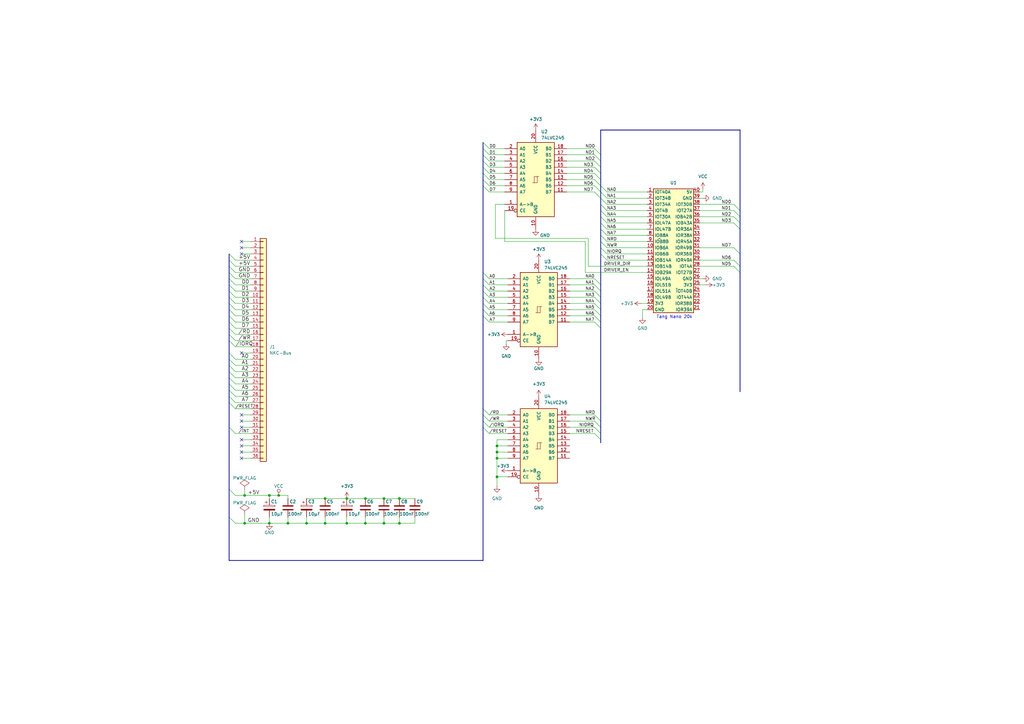
<source format=kicad_sch>
(kicad_sch (version 20230121) (generator eeschema)
  (paper "A3")
  (title_block (title "GDP FPGA III") (date "23.09.2024") (rev "1.0") (company "Andreas Voggeneder"))
  (lib_symbols
    (symbol "74xx:74HC245" (pin_names (offset 1.016))
      (property "Reference" "U" (at -7.62 16.51 0))
      (property "Value" "74HC245" (at -7.62 -16.51 0))
      (symbol "74HC245_1_0"
        (polyline (pts (xy -0.635 -1.27) (xy -0.635 1.27) (xy 0.635 1.27)))
        (polyline (pts (xy -1.27 -1.27) (xy 0.635 -1.27) (xy 0.635 1.27) (xy 1.27 1.27)))
        (pin input line (at -12.7 -10.16 0) (length 5.08) (name "A->B") (number "1"))
        (pin power_in line (at 0 -20.32 90) (length 5.08) (name "GND") (number "10"))
        (pin tri_state line (at 12.7 -5.08 180) (length 5.08) (name "B7") (number "11"))
        (pin tri_state line (at 12.7 -2.54 180) (length 5.08) (name "B6") (number "12"))
        (pin tri_state line (at 12.7 0 180) (length 5.08) (name "B5") (number "13"))
        (pin tri_state line (at 12.7 2.54 180) (length 5.08) (name "B4") (number "14"))
        (pin tri_state line (at 12.7 5.08 180) (length 5.08) (name "B3") (number "15"))
        (pin tri_state line (at 12.7 7.62 180) (length 5.08) (name "B2") (number "16"))
        (pin tri_state line (at 12.7 10.16 180) (length 5.08) (name "B1") (number "17"))
        (pin tri_state line (at 12.7 12.7 180) (length 5.08) (name "B0") (number "18"))
        (pin input inverted (at -12.7 -12.7 0) (length 5.08) (name "CE") (number "19"))
        (pin tri_state line (at -12.7 12.7 0) (length 5.08) (name "A0") (number "2"))
        (pin power_in line (at 0 20.32 270) (length 5.08) (name "VCC") (number "20"))
        (pin tri_state line (at -12.7 10.16 0) (length 5.08) (name "A1") (number "3"))
        (pin tri_state line (at -12.7 7.62 0) (length 5.08) (name "A2") (number "4"))
        (pin tri_state line (at -12.7 5.08 0) (length 5.08) (name "A3") (number "5"))
        (pin tri_state line (at -12.7 2.54 0) (length 5.08) (name "A4") (number "6"))
        (pin tri_state line (at -12.7 0 0) (length 5.08) (name "A5") (number "7"))
        (pin tri_state line (at -12.7 -2.54 0) (length 5.08) (name "A6") (number "8"))
        (pin tri_state line (at -12.7 -5.08 0) (length 5.08) (name "A7") (number "9"))
      )
      (symbol "74HC245_1_1"
        (rectangle (start -7.62 15.24) (end 7.62 -15.24) (stroke (width 0.254)) (fill (type background)))
      )
    )
    (symbol "Connector_Generic:Conn_01x36" (pin_names (offset 1.016) hide)
      (property "Reference" "J" (at 0 45.72 0))
      (property "Value" "Conn_01x36" (at 0 -48.26 0))
      (symbol "Conn_01x36_1_1"
        (rectangle (start -1.27 -45.593) (end 0 -45.847) (stroke (width 0.1524)))
        (rectangle (start -1.27 -43.053) (end 0 -43.307) (stroke (width 0.1524)))
        (rectangle (start -1.27 -40.513) (end 0 -40.767) (stroke (width 0.1524)))
        (rectangle (start -1.27 -37.973) (end 0 -38.227) (stroke (width 0.1524)))
        (rectangle (start -1.27 -35.433) (end 0 -35.687) (stroke (width 0.1524)))
        (rectangle (start -1.27 -32.893) (end 0 -33.147) (stroke (width 0.1524)))
        (rectangle (start -1.27 -30.353) (end 0 -30.607) (stroke (width 0.1524)))
        (rectangle (start -1.27 -27.813) (end 0 -28.067) (stroke (width 0.1524)))
        (rectangle (start -1.27 -25.273) (end 0 -25.527) (stroke (width 0.1524)))
        (rectangle (start -1.27 -22.733) (end 0 -22.987) (stroke (width 0.1524)))
        (rectangle (start -1.27 -20.193) (end 0 -20.447) (stroke (width 0.1524)))
        (rectangle (start -1.27 -17.653) (end 0 -17.907) (stroke (width 0.1524)))
        (rectangle (start -1.27 -15.113) (end 0 -15.367) (stroke (width 0.1524)))
        (rectangle (start -1.27 -12.573) (end 0 -12.827) (stroke (width 0.1524)))
        (rectangle (start -1.27 -10.033) (end 0 -10.287) (stroke (width 0.1524)))
        (rectangle (start -1.27 -7.493) (end 0 -7.747) (stroke (width 0.1524)))
        (rectangle (start -1.27 -4.953) (end 0 -5.207) (stroke (width 0.1524)))
        (rectangle (start -1.27 -2.413) (end 0 -2.667) (stroke (width 0.1524)))
        (rectangle (start -1.27 0.127) (end 0 -0.127) (stroke (width 0.1524)))
        (rectangle (start -1.27 2.667) (end 0 2.413) (stroke (width 0.1524)))
        (rectangle (start -1.27 5.207) (end 0 4.953) (stroke (width 0.1524)))
        (rectangle (start -1.27 7.747) (end 0 7.493) (stroke (width 0.1524)))
        (rectangle (start -1.27 10.287) (end 0 10.033) (stroke (width 0.1524)))
        (rectangle (start -1.27 12.827) (end 0 12.573) (stroke (width 0.1524)))
        (rectangle (start -1.27 15.367) (end 0 15.113) (stroke (width 0.1524)))
        (rectangle (start -1.27 17.907) (end 0 17.653) (stroke (width 0.1524)))
        (rectangle (start -1.27 20.447) (end 0 20.193) (stroke (width 0.1524)))
        (rectangle (start -1.27 22.987) (end 0 22.733) (stroke (width 0.1524)))
        (rectangle (start -1.27 25.527) (end 0 25.273) (stroke (width 0.1524)))
        (rectangle (start -1.27 28.067) (end 0 27.813) (stroke (width 0.1524)))
        (rectangle (start -1.27 30.607) (end 0 30.353) (stroke (width 0.1524)))
        (rectangle (start -1.27 33.147) (end 0 32.893) (stroke (width 0.1524)))
        (rectangle (start -1.27 35.687) (end 0 35.433) (stroke (width 0.1524)))
        (rectangle (start -1.27 38.227) (end 0 37.973) (stroke (width 0.1524)))
        (rectangle (start -1.27 40.767) (end 0 40.513) (stroke (width 0.1524)))
        (rectangle (start -1.27 43.307) (end 0 43.053) (stroke (width 0.1524)))
        (rectangle (start -1.27 44.45) (end 1.27 -46.99) (stroke (width 0.254)) (fill (type background)))
        (pin passive line (at -5.08 43.18 0) (length 3.81) (name "Pin_1") (number "1"))
        (pin passive line (at -5.08 20.32 0) (length 3.81) (name "Pin_10") (number "10"))
        (pin passive line (at -5.08 17.78 0) (length 3.81) (name "Pin_11") (number "11"))
        (pin passive line (at -5.08 15.24 0) (length 3.81) (name "Pin_12") (number "12"))
        (pin passive line (at -5.08 12.7 0) (length 3.81) (name "Pin_13") (number "13"))
        (pin passive line (at -5.08 10.16 0) (length 3.81) (name "Pin_14") (number "14"))
        (pin passive line (at -5.08 7.62 0) (length 3.81) (name "Pin_15") (number "15"))
        (pin passive line (at -5.08 5.08 0) (length 3.81) (name "Pin_16") (number "16"))
        (pin passive line (at -5.08 2.54 0) (length 3.81) (name "Pin_17") (number "17"))
        (pin passive line (at -5.08 0 0) (length 3.81) (name "Pin_18") (number "18"))
        (pin passive line (at -5.08 -2.54 0) (length 3.81) (name "Pin_19") (number "19"))
        (pin passive line (at -5.08 40.64 0) (length 3.81) (name "Pin_2") (number "2"))
        (pin passive line (at -5.08 -5.08 0) (length 3.81) (name "Pin_20") (number "20"))
        (pin passive line (at -5.08 -7.62 0) (length 3.81) (name "Pin_21") (number "21"))
        (pin passive line (at -5.08 -10.16 0) (length 3.81) (name "Pin_22") (number "22"))
        (pin passive line (at -5.08 -12.7 0) (length 3.81) (name "Pin_23") (number "23"))
        (pin passive line (at -5.08 -15.24 0) (length 3.81) (name "Pin_24") (number "24"))
        (pin passive line (at -5.08 -17.78 0) (length 3.81) (name "Pin_25") (number "25"))
        (pin passive line (at -5.08 -20.32 0) (length 3.81) (name "Pin_26") (number "26"))
        (pin passive line (at -5.08 -22.86 0) (length 3.81) (name "Pin_27") (number "27"))
        (pin passive line (at -5.08 -25.4 0) (length 3.81) (name "Pin_28") (number "28"))
        (pin passive line (at -5.08 -27.94 0) (length 3.81) (name "Pin_29") (number "29"))
        (pin passive line (at -5.08 38.1 0) (length 3.81) (name "Pin_3") (number "3"))
        (pin passive line (at -5.08 -30.48 0) (length 3.81) (name "Pin_30") (number "30"))
        (pin passive line (at -5.08 -33.02 0) (length 3.81) (name "Pin_31") (number "31"))
        (pin passive line (at -5.08 -35.56 0) (length 3.81) (name "Pin_32") (number "32"))
        (pin passive line (at -5.08 -38.1 0) (length 3.81) (name "Pin_33") (number "33"))
        (pin passive line (at -5.08 -40.64 0) (length 3.81) (name "Pin_34") (number "34"))
        (pin passive line (at -5.08 -43.18 0) (length 3.81) (name "Pin_35") (number "35"))
        (pin passive line (at -5.08 -45.72 0) (length 3.81) (name "Pin_36") (number "36"))
        (pin passive line (at -5.08 35.56 0) (length 3.81) (name "Pin_4") (number "4"))
        (pin passive line (at -5.08 33.02 0) (length 3.81) (name "Pin_5") (number "5"))
        (pin passive line (at -5.08 30.48 0) (length 3.81) (name "Pin_6") (number "6"))
        (pin passive line (at -5.08 27.94 0) (length 3.81) (name "Pin_7") (number "7"))
        (pin passive line (at -5.08 25.4 0) (length 3.81) (name "Pin_8") (number "8"))
        (pin passive line (at -5.08 22.86 0) (length 3.81) (name "Pin_9") (number "9"))
      )
    )
    (symbol "ioe_enh-rescue:C" (pin_numbers hide) (pin_names (offset 0.254))
      (property "Reference" "C" (at 0.635 2.54 0))
      (property "Value" "C" (at 0.635 -2.54 0))
      (symbol "C_0_1"
        (polyline (pts (xy -2.032 -0.762) (xy 2.032 -0.762)) (stroke (width 0.508)))
        (polyline (pts (xy -2.032 0.762) (xy 2.032 0.762)) (stroke (width 0.508)))
      )
      (symbol "C_1_1"
        (pin passive line (at 0 3.81 270) (length 2.794) (name "~") (number "1"))
        (pin passive line (at 0 -3.81 90) (length 2.794) (name "~") (number "2"))
      )
    )
    (symbol "ioe_enh-rescue:CP" (pin_numbers hide) (pin_names (offset 0.254))
      (property "Reference" "C" (at 0.635 2.54 0))
      (property "Value" "CP" (at 0.635 -2.54 0))
      (symbol "CP_0_1"
        (rectangle (start -2.286 0.508) (end -2.286 1.016))
        (rectangle (start -2.286 0.508) (end 2.286 0.508))
        (polyline (pts (xy -1.778 2.286) (xy -0.762 2.286)))
        (polyline (pts (xy -1.27 2.794) (xy -1.27 1.778)))
        (rectangle (start 2.286 -0.508) (end -2.286 -1.016) (fill (type outline)))
        (rectangle (start 2.286 1.016) (end -2.286 1.016))
        (rectangle (start 2.286 1.016) (end 2.286 0.508))
      )
      (symbol "CP_1_1"
        (pin passive line (at 0 3.81 270) (length 2.794) (name "~") (number "1"))
        (pin passive line (at 0 -3.81 90) (length 2.794) (name "~") (number "2"))
      )
    )
    (symbol "ioe_enh-rescue:GND" (power) (pin_names (offset 0))
      (property "Value" "GND" (at 0 -3.81 0))
      (symbol "GND_0_1"
        (polyline (pts (xy 0 0) (xy 0 -1.27) (xy 1.27 -1.27) (xy 0 -2.54) (xy -1.27 -1.27) (xy 0 -1.27)))
      )
      (symbol "GND_1_1"
        (pin power_in line (at 0 0 270) (length 0) hide (name "GND") (number "1"))
      )
    )
    (symbol "ioe_enh-rescue:PWR_FLAG" (power) (pin_numbers hide) (pin_names (offset 0) hide)
      (property "Value" "PWR_FLAG" (at 0 4.572 0))
      (symbol "PWR_FLAG_0_0"
        (pin power_out line (at 0 0 90) (length 0) (name "pwr") (number "1"))
      )
      (symbol "PWR_FLAG_0_1"
        (polyline (pts (xy 0 0) (xy 0 1.27) (xy -1.905 2.54) (xy 0 3.81) (xy 1.905 2.54) (xy 0 1.27)))
      )
    )
    (symbol "ioe_enh-rescue:VCC" (power) (pin_names (offset 0))
      (property "Value" "VCC" (at 0 3.81 0))
      (symbol "VCC_0_1"
        (polyline (pts (xy 0 0) (xy 0 1.27)))
        (circle (center 0 1.905) (radius 0.635))
      )
      (symbol "VCC_1_1"
        (pin power_in line (at 0 0 90) (length 0) hide (name "VCC") (number "1"))
      )
    )
    (symbol "mylib:Tang Nano 20K"
      (property "Reference" "U" (at 0 21.59 0))
      (symbol "Tang Nano 20K_1_0"
        (pin bidirectional line (at -5.08 19.05 0) (length 2.54) (name "IOT40A") (number "1"))
        (pin bidirectional line (at -5.08 -3.81 0) (length 2.54) (name "IOB6A") (number "10"))
        (pin bidirectional line (at -5.08 -6.35 0) (length 2.54) (name "IOB6B") (number "11"))
        (pin bidirectional line (at -5.08 -8.89 0) (length 2.54) (name "IOB14A") (number "12"))
        (pin bidirectional line (at -5.08 -11.43 0) (length 2.54) (name "IOB14B") (number "13"))
        (pin bidirectional line (at -5.08 -13.97 0) (length 2.54) (name "IOB29A") (number "14"))
        (pin bidirectional line (at -5.08 -16.51 0) (length 2.54) (name "IOL49A") (number "15"))
        (pin bidirectional line (at -5.08 -19.05 0) (length 2.54) (name "IOL51B") (number "16"))
        (pin bidirectional line (at -5.08 -21.59 0) (length 2.54) (name "IOL51A") (number "17"))
        (pin bidirectional line (at -5.08 -24.13 0) (length 2.54) (name "IOL49B") (number "18"))
        (pin bidirectional line (at -5.08 16.51 0) (length 2.54) (name "IOT34B") (number "2"))
        (pin bidirectional line (at 16.51 -29.21 180) (length 2.54) (name "IOR39A") (number "21"))
        (pin bidirectional line (at 16.51 -26.67 180) (length 2.54) (name "IOR38B") (number "22"))
        (pin bidirectional line (at 16.51 -24.13 180) (length 2.54) (name "IOT44A") (number "23"))
        (pin bidirectional line (at 16.51 -21.59 180) (length 2.54) (name "ÎOT40B") (number "24"))
        (pin power_in line (at 16.51 -19.05 180) (length 2.54) (name "3V3") (number "25"))
        (pin power_in line (at 16.51 -16.51 180) (length 2.54) (name "GND") (number "26"))
        (pin bidirectional line (at 16.51 -13.97 180) (length 2.54) (name "IOT27B") (number "27"))
        (pin bidirectional line (at 16.51 -11.43 180) (length 2.54) (name "IOT4A") (number "28"))
        (pin bidirectional line (at 16.51 -8.89 180) (length 2.54) (name "IOR49A") (number "29"))
        (pin bidirectional line (at -5.08 13.97 0) (length 2.54) (name "IOT34A") (number "3"))
        (pin bidirectional line (at 16.51 -6.35 180) (length 2.54) (name "IOR36B") (number "30"))
        (pin bidirectional line (at 16.51 -3.81 180) (length 2.54) (name "IOR49B") (number "31"))
        (pin bidirectional line (at 16.51 -1.27 180) (length 2.54) (name "IOR45A") (number "32"))
        (pin bidirectional line (at 16.51 1.27 180) (length 2.54) (name "IOR38A") (number "33"))
        (pin bidirectional line (at 16.51 3.81 180) (length 2.54) (name "IOR36A") (number "34"))
        (pin bidirectional line (at 16.51 6.35 180) (length 2.54) (name "IOB43A") (number "35"))
        (pin bidirectional line (at 16.51 8.89 180) (length 2.54) (name "IOB42B") (number "36"))
        (pin bidirectional line (at 16.51 11.43 180) (length 2.54) (name "IOT27A") (number "37"))
        (pin bidirectional line (at 16.51 13.97 180) (length 2.54) (name "IOT30B") (number "38"))
        (pin power_in line (at 16.51 16.51 180) (length 2.54) (name "GND") (number "39"))
        (pin bidirectional line (at -5.08 11.43 0) (length 2.54) (name "IOT4B") (number "4"))
        (pin bidirectional line (at -5.08 8.89 0) (length 2.54) (name "IOT30A") (number "5"))
        (pin bidirectional line (at -5.08 6.35 0) (length 2.54) (name "IOL47A") (number "6"))
        (pin bidirectional line (at -5.08 3.81 0) (length 2.54) (name "IOL47B") (number "7"))
        (pin bidirectional line (at -5.08 1.27 0) (length 2.54) (name "IOB8A") (number "8"))
        (pin bidirectional line (at -5.08 -1.27 0) (length 2.54) (name "IOB8B") (number "9"))
      )
      (symbol "Tang Nano 20K_1_1"
        (rectangle (start -2.54 20.32) (end 13.97 -30.48) (stroke (width 0.254)) (fill (type background)))
        (pin power_in line (at -5.08 -26.67 0) (length 2.54) (name "3V3") (number "19"))
        (pin power_in line (at -5.08 -29.21 0) (length 2.54) (name "GND") (number "20"))
        (pin power_in line (at 16.51 19.05 180) (length 2.54) (name "5V") (number "40"))
      )
    )
    (symbol "power:+3V3" (power) (pin_names (offset 0))
      (property "Value" "+3V3" (at 0 3.556 0))
      (symbol "+3V3_0_1"
        (polyline (pts (xy -0.762 1.27) (xy 0 2.54)))
        (polyline (pts (xy 0 0) (xy 0 2.54)))
        (polyline (pts (xy 0 2.54) (xy 0.762 1.27)))
      )
      (symbol "+3V3_1_1"
        (pin power_in line (at 0 0 90) (length 0) hide (name "+3V3") (number "1"))
      )
    )
    (symbol "power:GND" (power) (pin_names (offset 0))
      (property "Value" "GND" (at 0 -3.81 0))
      (symbol "GND_0_1"
        (polyline (pts (xy 0 0) (xy 0 -1.27) (xy 1.27 -1.27) (xy 0 -2.54) (xy -1.27 -1.27) (xy 0 -1.27)))
      )
      (symbol "GND_1_1"
        (pin power_in line (at 0 0 270) (length 0) hide (name "GND") (number "1"))
      )
    )
    (symbol "power:VCC" (power) (pin_names (offset 0))
      (property "Value" "VCC" (at 0 3.81 0))
      (symbol "VCC_0_1"
        (polyline (pts (xy -0.762 1.27) (xy 0 2.54)))
        (polyline (pts (xy 0 0) (xy 0 2.54)))
        (polyline (pts (xy 0 2.54) (xy 0.762 1.27)))
      )
      (symbol "VCC_1_1"
        (pin power_in line (at 0 0 90) (length 0) hide (name "VCC") (number "1"))
      )
    )
  )
  (junction (at 125.73 214.63))
  (junction (at 133.35 204.47))
  (junction (at 110.49 214.63))
  (junction (at 133.35 214.63))
  (junction (at 142.24 214.63))
  (junction (at 203.835 187.96))
  (junction (at 157.48 214.63))
  (junction (at 142.24 204.47))
  (junction (at 163.83 204.47))
  (junction (at 114.3 203.2))
  (junction (at 149.86 214.63))
  (junction (at 203.835 195.58))
  (junction (at 149.86 204.47))
  (junction (at 100.33 214.63))
  (junction (at 203.835 182.88))
  (junction (at 118.11 214.63))
  (junction (at 110.49 203.2))
  (junction (at 100.33 203.2))
  (junction (at 157.48 204.47))
  (junction (at 203.835 185.42))
  (junction (at 163.83 214.63))
  (no_connect (at 99.06 187.96))
  (no_connect (at 99.06 175.26))
  (no_connect (at 99.06 185.42))
  (no_connect (at 99.06 172.72))
  (no_connect (at 99.06 180.34))
  (no_connect (at 99.06 182.88))
  (no_connect (at 99.06 99.06))
  (no_connect (at 99.06 104.14))
  (no_connect (at 99.06 170.18))
  (no_connect (at 99.06 144.78))
  (no_connect (at 99.06 101.6))
  (bus_entry (at 243.84 66.04) (size 2.54 2.54))
  (bus_entry (at 243.84 119.38) (size 2.54 2.54))
  (bus_entry (at 243.84 127) (size 2.54 2.54))
  (bus_entry (at 198.12 63.5) (size 2.54 2.54))
  (bus_entry (at 198.12 71.12) (size 2.54 2.54))
  (bus_entry (at 93.98 104.14) (size 2.54 2.54))
  (bus_entry (at 243.84 68.58) (size 2.54 2.54))
  (bus_entry (at 198.12 127) (size 2.54 2.54))
  (bus_entry (at 198.12 66.04) (size 2.54 2.54))
  (bus_entry (at 93.98 124.46) (size 2.54 2.54))
  (bus_entry (at 243.84 71.12) (size 2.54 2.54))
  (bus_entry (at 93.98 121.92) (size 2.54 2.54))
  (bus_entry (at 93.98 147.32) (size 2.54 2.54))
  (bus_entry (at 243.84 63.5) (size 2.54 2.54))
  (bus_entry (at 246.38 86.36) (size 2.54 2.54))
  (bus_entry (at 246.38 83.82) (size 2.54 2.54))
  (bus_entry (at 243.84 172.72) (size 2.54 2.54))
  (bus_entry (at 300.99 109.22) (size 2.54 2.54))
  (bus_entry (at 93.98 154.94) (size 2.54 2.54))
  (bus_entry (at 246.38 101.6) (size 2.54 2.54))
  (bus_entry (at 300.99 86.36) (size 2.54 2.54))
  (bus_entry (at 93.98 106.68) (size 2.54 2.54))
  (bus_entry (at 93.98 200.66) (size 2.54 2.54))
  (bus_entry (at 93.98 149.86) (size 2.54 2.54))
  (bus_entry (at 93.98 127) (size 2.54 2.54))
  (bus_entry (at 198.12 124.46) (size 2.54 2.54))
  (bus_entry (at 198.12 175.26) (size 2.54 2.54))
  (bus_entry (at 246.38 99.06) (size 2.54 2.54))
  (bus_entry (at 93.98 134.62) (size 2.54 2.54))
  (bus_entry (at 93.98 137.16) (size 2.54 2.54))
  (bus_entry (at 243.84 116.84) (size 2.54 2.54))
  (bus_entry (at 198.12 170.18) (size 2.54 2.54))
  (bus_entry (at 246.38 91.44) (size 2.54 2.54))
  (bus_entry (at 198.12 111.76) (size 2.54 2.54))
  (bus_entry (at 246.38 88.9) (size 2.54 2.54))
  (bus_entry (at 198.12 73.66) (size 2.54 2.54))
  (bus_entry (at 198.12 129.54) (size 2.54 2.54))
  (bus_entry (at 198.12 60.96) (size 2.54 2.54))
  (bus_entry (at 93.98 165.1) (size 2.54 2.54))
  (bus_entry (at 243.84 73.66) (size 2.54 2.54))
  (bus_entry (at 93.98 132.08) (size 2.54 2.54))
  (bus_entry (at 243.84 175.26) (size 2.54 2.54))
  (bus_entry (at 93.98 139.7) (size 2.54 2.54))
  (bus_entry (at 243.84 124.46) (size 2.54 2.54))
  (bus_entry (at 198.12 58.42) (size 2.54 2.54))
  (bus_entry (at 246.38 93.98) (size 2.54 2.54))
  (bus_entry (at 243.84 121.92) (size 2.54 2.54))
  (bus_entry (at 93.98 212.09) (size 2.54 2.54))
  (bus_entry (at 93.98 109.22) (size 2.54 2.54))
  (bus_entry (at 93.98 162.56) (size 2.54 2.54))
  (bus_entry (at 300.99 106.68) (size 2.54 2.54))
  (bus_entry (at 246.38 81.28) (size 2.54 2.54))
  (bus_entry (at 93.98 116.84) (size 2.54 2.54))
  (bus_entry (at 198.12 119.38) (size 2.54 2.54))
  (bus_entry (at 300.99 101.6) (size 2.54 2.54))
  (bus_entry (at 243.84 177.8) (size 2.54 2.54))
  (bus_entry (at 93.98 152.4) (size 2.54 2.54))
  (bus_entry (at 243.84 132.08) (size 2.54 2.54))
  (bus_entry (at 93.98 129.54) (size 2.54 2.54))
  (bus_entry (at 198.12 68.58) (size 2.54 2.54))
  (bus_entry (at 93.98 157.48) (size 2.54 2.54))
  (bus_entry (at 93.98 119.38) (size 2.54 2.54))
  (bus_entry (at 246.38 78.74) (size 2.54 2.54))
  (bus_entry (at 198.12 114.3) (size 2.54 2.54))
  (bus_entry (at 300.99 83.82) (size 2.54 2.54))
  (bus_entry (at 246.38 96.52) (size 2.54 2.54))
  (bus_entry (at 300.99 88.9) (size 2.54 2.54))
  (bus_entry (at 93.98 111.76) (size 2.54 2.54))
  (bus_entry (at 198.12 172.72) (size 2.54 2.54))
  (bus_entry (at 246.38 76.2) (size 2.54 2.54))
  (bus_entry (at 93.98 114.3) (size 2.54 2.54))
  (bus_entry (at 243.84 78.74) (size 2.54 2.54))
  (bus_entry (at 243.84 76.2) (size 2.54 2.54))
  (bus_entry (at 198.12 76.2) (size 2.54 2.54))
  (bus_entry (at 300.99 91.44) (size 2.54 2.54))
  (bus_entry (at 93.98 144.78) (size 2.54 2.54))
  (bus_entry (at 93.98 175.26) (size 2.54 2.54))
  (bus_entry (at 93.98 160.02) (size 2.54 2.54))
  (bus_entry (at 243.84 129.54) (size 2.54 2.54))
  (bus_entry (at 198.12 116.84) (size 2.54 2.54))
  (bus_entry (at 243.84 60.96) (size 2.54 2.54))
  (bus_entry (at 198.12 121.92) (size 2.54 2.54))
  (bus_entry (at 246.38 104.14) (size 2.54 2.54))
  (bus_entry (at 198.12 167.64) (size 2.54 2.54))
  (bus_entry (at 243.84 170.18) (size 2.54 2.54))
  (bus_entry (at 243.84 114.3) (size 2.54 2.54))
  (wire (pts (xy 125.73 212.09) (xy 125.73 214.63)))
  (bus (pts (xy 93.98 149.86) (xy 93.98 152.4)))
  (bus (pts (xy 303.53 109.22) (xy 303.53 111.76)))
  (wire (pts (xy 102.87 129.54) (xy 96.52 129.54)))
  (wire (pts (xy 248.92 106.68) (xy 265.43 106.68)))
  (bus (pts (xy 198.12 172.72) (xy 198.12 175.26)))
  (wire (pts (xy 99.06 182.88) (xy 102.87 182.88)))
  (bus (pts (xy 303.53 53.34) (xy 303.53 86.36)))
  (bus (pts (xy 246.38 172.72) (xy 246.38 175.26)))
  (wire (pts (xy 287.02 106.68) (xy 300.99 106.68)))
  (wire (pts (xy 200.66 114.3) (xy 208.28 114.3)))
  (wire (pts (xy 110.49 203.2) (xy 114.3 203.2)))
  (wire (pts (xy 200.66 119.38) (xy 208.28 119.38)))
  (wire (pts (xy 118.11 212.09) (xy 118.11 214.63)))
  (wire (pts (xy 102.87 160.02) (xy 96.52 160.02)))
  (wire (pts (xy 102.87 119.38) (xy 96.52 119.38)))
  (wire (pts (xy 102.87 111.76) (xy 96.52 111.76)))
  (wire (pts (xy 133.35 212.09) (xy 133.35 214.63)))
  (wire (pts (xy 240.03 111.76) (xy 265.43 111.76)))
  (wire (pts (xy 99.06 144.78) (xy 102.87 144.78)))
  (wire (pts (xy 232.41 78.74) (xy 243.84 78.74)))
  (wire (pts (xy 99.06 104.14) (xy 102.87 104.14)))
  (bus (pts (xy 246.38 129.54) (xy 246.38 132.08)))
  (wire (pts (xy 232.41 63.5) (xy 243.84 63.5)))
  (bus (pts (xy 198.12 58.42) (xy 198.12 60.96)))
  (wire (pts (xy 287.02 116.84) (xy 289.56 116.84)))
  (bus (pts (xy 246.38 134.62) (xy 246.38 172.72)))
  (wire (pts (xy 102.87 121.92) (xy 96.52 121.92)))
  (bus (pts (xy 198.12 175.26) (xy 198.12 229.87)))
  (bus (pts (xy 246.38 78.74) (xy 246.38 76.2)))
  (wire (pts (xy 203.835 185.42) (xy 203.835 187.96)))
  (wire (pts (xy 248.92 88.9) (xy 265.43 88.9)))
  (wire (pts (xy 110.49 212.09) (xy 110.49 214.63)))
  (wire (pts (xy 96.52 154.94) (xy 102.87 154.94)))
  (bus (pts (xy 198.12 170.18) (xy 198.12 172.72)))
  (bus (pts (xy 246.38 81.28) (xy 246.38 78.74)))
  (wire (pts (xy 102.87 137.16) (xy 96.52 137.16)))
  (wire (pts (xy 96.52 152.4) (xy 102.87 152.4)))
  (wire (pts (xy 149.86 212.09) (xy 149.86 214.63)))
  (bus (pts (xy 198.12 76.2) (xy 198.12 111.76)))
  (wire (pts (xy 233.68 177.8) (xy 243.84 177.8)))
  (wire (pts (xy 233.68 121.92) (xy 243.84 121.92)))
  (bus (pts (xy 198.12 111.76) (xy 198.12 114.3)))
  (wire (pts (xy 203.835 185.42) (xy 208.28 185.42)))
  (wire (pts (xy 200.66 60.96) (xy 207.01 60.96)))
  (bus (pts (xy 246.38 132.08) (xy 246.38 134.62)))
  (wire (pts (xy 203.835 195.58) (xy 203.835 199.39)))
  (wire (pts (xy 149.86 204.47) (xy 157.48 204.47)))
  (bus (pts (xy 93.98 200.66) (xy 93.98 212.09)))
  (bus (pts (xy 246.38 66.04) (xy 246.38 63.5)))
  (bus (pts (xy 303.53 91.44) (xy 303.53 93.98)))
  (wire (pts (xy 102.87 114.3) (xy 96.52 114.3)))
  (wire (pts (xy 102.87 124.46) (xy 96.52 124.46)))
  (bus (pts (xy 198.12 60.96) (xy 198.12 63.5)))
  (bus (pts (xy 93.98 109.22) (xy 93.98 111.76)))
  (wire (pts (xy 200.66 177.8) (xy 208.28 177.8)))
  (bus (pts (xy 246.38 86.36) (xy 246.38 88.9)))
  (wire (pts (xy 96.52 177.8) (xy 102.87 177.8)))
  (bus (pts (xy 246.38 53.34) (xy 303.53 53.34)))
  (wire (pts (xy 142.24 212.09) (xy 142.24 214.63)))
  (bus (pts (xy 246.38 91.44) (xy 246.38 93.98)))
  (wire (pts (xy 99.06 172.72) (xy 102.87 172.72)))
  (bus (pts (xy 93.98 119.38) (xy 93.98 121.92)))
  (wire (pts (xy 96.52 214.63) (xy 100.33 214.63)))
  (wire (pts (xy 200.66 132.08) (xy 208.28 132.08)))
  (bus (pts (xy 246.38 99.06) (xy 246.38 101.6)))
  (wire (pts (xy 248.92 104.14) (xy 265.43 104.14)))
  (wire (pts (xy 163.83 212.09) (xy 163.83 214.63)))
  (bus (pts (xy 246.38 96.52) (xy 246.38 99.06)))
  (wire (pts (xy 265.43 127) (xy 263.525 127)))
  (wire (pts (xy 200.66 116.84) (xy 208.28 116.84)))
  (bus (pts (xy 198.12 119.38) (xy 198.12 121.92)))
  (wire (pts (xy 233.68 127) (xy 243.84 127)))
  (wire (pts (xy 248.92 99.06) (xy 265.43 99.06)))
  (wire (pts (xy 248.92 81.28) (xy 265.43 81.28)))
  (bus (pts (xy 93.98 134.62) (xy 93.98 137.16)))
  (wire (pts (xy 114.3 203.2) (xy 118.11 203.2)))
  (bus (pts (xy 93.98 144.78) (xy 93.98 147.32)))
  (wire (pts (xy 102.87 147.32) (xy 96.52 147.32)))
  (bus (pts (xy 246.38 121.92) (xy 246.38 124.46)))
  (bus (pts (xy 198.12 116.84) (xy 198.12 119.38)))
  (bus (pts (xy 198.12 121.92) (xy 198.12 124.46)))
  (wire (pts (xy 248.92 83.82) (xy 265.43 83.82)))
  (wire (pts (xy 207.01 66.04) (xy 200.66 66.04)))
  (wire (pts (xy 248.92 96.52) (xy 265.43 96.52)))
  (wire (pts (xy 287.02 88.9) (xy 300.99 88.9)))
  (wire (pts (xy 200.66 73.66) (xy 207.01 73.66)))
  (bus (pts (xy 198.12 73.66) (xy 198.12 76.2)))
  (wire (pts (xy 133.35 204.47) (xy 142.24 204.47)))
  (wire (pts (xy 233.68 129.54) (xy 243.84 129.54)))
  (bus (pts (xy 246.38 83.82) (xy 246.38 86.36)))
  (bus (pts (xy 246.38 116.84) (xy 246.38 119.38)))
  (wire (pts (xy 100.33 210.82) (xy 100.33 214.63)))
  (wire (pts (xy 287.02 83.82) (xy 300.99 83.82)))
  (wire (pts (xy 233.68 119.38) (xy 243.84 119.38)))
  (bus (pts (xy 246.38 76.2) (xy 246.38 73.66)))
  (wire (pts (xy 118.11 203.2) (xy 118.11 204.47)))
  (wire (pts (xy 100.33 203.2) (xy 110.49 203.2)))
  (wire (pts (xy 102.87 165.1) (xy 96.52 165.1)))
  (wire (pts (xy 240.03 99.06) (xy 240.03 111.76)))
  (bus (pts (xy 93.98 132.08) (xy 93.98 134.62)))
  (wire (pts (xy 142.24 214.63) (xy 149.86 214.63)))
  (bus (pts (xy 93.98 106.68) (xy 93.98 109.22)))
  (bus (pts (xy 246.38 93.98) (xy 246.38 96.52)))
  (wire (pts (xy 200.66 78.74) (xy 207.01 78.74)))
  (wire (pts (xy 142.24 204.47) (xy 149.86 204.47)))
  (wire (pts (xy 100.33 214.63) (xy 110.49 214.63)))
  (wire (pts (xy 287.02 91.44) (xy 300.99 91.44)))
  (bus (pts (xy 93.98 152.4) (xy 93.98 154.94)))
  (wire (pts (xy 248.92 93.98) (xy 265.43 93.98)))
  (bus (pts (xy 198.12 71.12) (xy 198.12 73.66)))
  (wire (pts (xy 200.66 76.2) (xy 207.01 76.2)))
  (wire (pts (xy 157.48 212.09) (xy 157.48 214.63)))
  (bus (pts (xy 93.98 157.48) (xy 93.98 160.02)))
  (bus (pts (xy 246.38 124.46) (xy 246.38 127)))
  (wire (pts (xy 133.35 214.63) (xy 142.24 214.63)))
  (wire (pts (xy 241.3 109.22) (xy 241.3 97.79)))
  (wire (pts (xy 118.11 214.63) (xy 125.73 214.63)))
  (wire (pts (xy 233.68 172.72) (xy 243.84 172.72)))
  (wire (pts (xy 233.68 170.18) (xy 243.84 170.18)))
  (wire (pts (xy 102.87 116.84) (xy 96.52 116.84)))
  (bus (pts (xy 303.53 88.9) (xy 303.53 91.44)))
  (bus (pts (xy 93.98 162.56) (xy 93.98 165.1)))
  (wire (pts (xy 96.52 167.64) (xy 102.87 167.64)))
  (wire (pts (xy 125.73 204.47) (xy 133.35 204.47)))
  (wire (pts (xy 170.18 212.09) (xy 170.18 214.63)))
  (wire (pts (xy 99.06 175.26) (xy 102.87 175.26)))
  (wire (pts (xy 203.835 180.34) (xy 203.835 182.88)))
  (wire (pts (xy 233.68 116.84) (xy 243.84 116.84)))
  (bus (pts (xy 93.98 121.92) (xy 93.98 124.46)))
  (wire (pts (xy 149.86 214.63) (xy 157.48 214.63)))
  (wire (pts (xy 99.06 185.42) (xy 102.87 185.42)))
  (wire (pts (xy 203.835 187.96) (xy 208.28 187.96)))
  (bus (pts (xy 198.12 114.3) (xy 198.12 116.84)))
  (bus (pts (xy 246.38 101.6) (xy 246.38 104.14)))
  (bus (pts (xy 246.38 63.5) (xy 246.38 53.34)))
  (bus (pts (xy 198.12 124.46) (xy 198.12 127)))
  (bus (pts (xy 93.98 104.14) (xy 93.98 106.68)))
  (wire (pts (xy 200.66 170.18) (xy 208.28 170.18)))
  (bus (pts (xy 198.12 167.64) (xy 198.12 170.18)))
  (bus (pts (xy 246.38 177.8) (xy 246.38 180.34)))
  (bus (pts (xy 246.38 180.34) (xy 246.38 181.61)))
  (wire (pts (xy 102.87 99.06) (xy 99.06 99.06)))
  (wire (pts (xy 203.2 83.82) (xy 207.01 83.82)))
  (wire (pts (xy 287.02 81.28) (xy 288.29 81.28)))
  (wire (pts (xy 100.33 200.66) (xy 100.33 203.2)))
  (bus (pts (xy 198.12 129.54) (xy 198.12 167.64)))
  (bus (pts (xy 198.12 68.58) (xy 198.12 71.12)))
  (wire (pts (xy 203.835 182.88) (xy 208.28 182.88)))
  (bus (pts (xy 198.12 66.04) (xy 198.12 68.58)))
  (wire (pts (xy 263.525 127) (xy 263.525 130.175)))
  (wire (pts (xy 96.52 203.2) (xy 100.33 203.2)))
  (wire (pts (xy 248.92 86.36) (xy 265.43 86.36)))
  (bus (pts (xy 246.38 175.26) (xy 246.38 177.8)))
  (wire (pts (xy 118.11 214.63) (xy 110.49 214.63)))
  (bus (pts (xy 93.98 165.1) (xy 93.98 175.26)))
  (wire (pts (xy 157.48 204.47) (xy 163.83 204.47)))
  (wire (pts (xy 200.66 121.92) (xy 208.28 121.92)))
  (wire (pts (xy 102.87 162.56) (xy 96.52 162.56)))
  (wire (pts (xy 265.43 109.22) (xy 241.3 109.22)))
  (wire (pts (xy 203.835 182.88) (xy 203.835 185.42)))
  (wire (pts (xy 102.87 142.24) (xy 96.52 142.24)))
  (wire (pts (xy 99.06 101.6) (xy 102.87 101.6)))
  (wire (pts (xy 288.29 78.74) (xy 288.29 77.47)))
  (wire (pts (xy 233.68 175.26) (xy 243.84 175.26)))
  (wire (pts (xy 99.06 180.34) (xy 102.87 180.34)))
  (bus (pts (xy 246.38 104.14) (xy 246.38 116.84)))
  (wire (pts (xy 208.28 139.7) (xy 207.645 139.7)))
  (wire (pts (xy 233.68 114.3) (xy 243.84 114.3)))
  (wire (pts (xy 102.87 127) (xy 96.52 127)))
  (wire (pts (xy 232.41 71.12) (xy 243.84 71.12)))
  (wire (pts (xy 287.02 109.22) (xy 300.99 109.22)))
  (bus (pts (xy 246.38 68.58) (xy 246.38 66.04)))
  (wire (pts (xy 200.66 124.46) (xy 208.28 124.46)))
  (bus (pts (xy 246.38 71.12) (xy 246.38 68.58)))
  (bus (pts (xy 198.12 127) (xy 198.12 129.54)))
  (bus (pts (xy 93.98 175.26) (xy 93.98 200.66)))
  (wire (pts (xy 232.41 68.58) (xy 243.84 68.58)))
  (wire (pts (xy 232.41 60.96) (xy 243.84 60.96)))
  (wire (pts (xy 287.02 101.6) (xy 300.99 101.6)))
  (wire (pts (xy 200.66 175.26) (xy 208.28 175.26)))
  (wire (pts (xy 163.83 214.63) (xy 170.18 214.63)))
  (wire (pts (xy 248.92 78.74) (xy 265.43 78.74)))
  (wire (pts (xy 248.92 101.6) (xy 265.43 101.6)))
  (wire (pts (xy 287.02 78.74) (xy 288.29 78.74)))
  (wire (pts (xy 96.52 157.48) (xy 102.87 157.48)))
  (wire (pts (xy 203.2 97.79) (xy 203.2 83.82)))
  (wire (pts (xy 232.41 76.2) (xy 243.84 76.2)))
  (wire (pts (xy 287.02 86.36) (xy 300.99 86.36)))
  (wire (pts (xy 207.645 139.7) (xy 207.645 140.97)))
  (wire (pts (xy 102.87 109.22) (xy 96.52 109.22)))
  (wire (pts (xy 262.89 124.46) (xy 265.43 124.46)))
  (wire (pts (xy 99.06 187.96) (xy 102.87 187.96)))
  (wire (pts (xy 102.87 139.7) (xy 96.52 139.7)))
  (bus (pts (xy 246.38 119.38) (xy 246.38 121.92)))
  (bus (pts (xy 93.98 116.84) (xy 93.98 119.38)))
  (bus (pts (xy 303.53 104.14) (xy 303.53 109.22)))
  (wire (pts (xy 125.73 214.63) (xy 133.35 214.63)))
  (wire (pts (xy 200.66 129.54) (xy 208.28 129.54)))
  (wire (pts (xy 241.3 97.79) (xy 203.2 97.79)))
  (bus (pts (xy 246.38 81.28) (xy 246.38 83.82)))
  (bus (pts (xy 93.98 129.54) (xy 93.98 132.08)))
  (wire (pts (xy 102.87 149.86) (xy 96.52 149.86)))
  (wire (pts (xy 200.66 127) (xy 208.28 127)))
  (wire (pts (xy 102.87 134.62) (xy 96.52 134.62)))
  (wire (pts (xy 232.41 66.04) (xy 243.84 66.04)))
  (wire (pts (xy 232.41 73.66) (xy 243.84 73.66)))
  (bus (pts (xy 246.38 127) (xy 246.38 129.54)))
  (bus (pts (xy 198.12 63.5) (xy 198.12 66.04)))
  (bus (pts (xy 93.98 229.87) (xy 198.12 229.87)))
  (wire (pts (xy 287.02 114.3) (xy 288.29 114.3)))
  (bus (pts (xy 93.98 139.7) (xy 93.98 144.78)))
  (wire (pts (xy 200.66 68.58) (xy 207.01 68.58)))
  (wire (pts (xy 157.48 214.63) (xy 163.83 214.63)))
  (wire (pts (xy 110.49 204.47) (xy 110.49 203.2)))
  (bus (pts (xy 93.98 160.02) (xy 93.98 162.56)))
  (wire (pts (xy 233.68 132.08) (xy 243.84 132.08)))
  (wire (pts (xy 200.66 172.72) (xy 208.28 172.72)))
  (wire (pts (xy 99.06 170.18) (xy 102.87 170.18)))
  (wire (pts (xy 200.66 63.5) (xy 207.01 63.5)))
  (wire (pts (xy 207.01 86.36) (xy 207.01 99.06)))
  (wire (pts (xy 163.83 204.47) (xy 170.18 204.47)))
  (bus (pts (xy 93.98 212.09) (xy 93.98 229.87)))
  (bus (pts (xy 93.98 111.76) (xy 93.98 114.3)))
  (bus (pts (xy 93.98 127) (xy 93.98 129.54)))
  (wire (pts (xy 203.835 187.96) (xy 203.835 195.58)))
  (bus (pts (xy 93.98 114.3) (xy 93.98 116.84)))
  (wire (pts (xy 248.92 91.44) (xy 265.43 91.44)))
  (bus (pts (xy 303.53 86.36) (xy 303.53 88.9)))
  (bus (pts (xy 246.38 73.66) (xy 246.38 71.12)))
  (bus (pts (xy 93.98 124.46) (xy 93.98 127)))
  (bus (pts (xy 246.38 88.9) (xy 246.38 91.44)))
  (bus (pts (xy 93.98 154.94) (xy 93.98 157.48)))
  (bus (pts (xy 303.53 93.98) (xy 303.53 104.14)))
  (wire (pts (xy 102.87 132.08) (xy 96.52 132.08)))
  (bus (pts (xy 93.98 147.32) (xy 93.98 149.86)))
  (bus (pts (xy 303.53 111.76) (xy 303.53 160.655)))
  (wire (pts (xy 208.28 180.34) (xy 203.835 180.34)))
  (wire (pts (xy 207.01 99.06) (xy 240.03 99.06)))
  (wire (pts (xy 200.66 71.12) (xy 207.01 71.12)))
  (wire (pts (xy 203.835 195.58) (xy 208.28 195.58)))
  (wire (pts (xy 102.87 106.68) (xy 96.52 106.68)))
  (bus (pts (xy 93.98 137.16) (xy 93.98 139.7)))
  (wire (pts (xy 233.68 124.46) (xy 243.84 124.46)))
  (text "Tang Nano 20k" (at 269.24 130.81 0) (effects (font (size 1.27 1.27)) (justify left bottom)))
  (label "D3" (at 200.66 68.58 0))
  (label "{slash}RD" (at 200.66 170.18 0))
  (label "NRD" (at 240.03 170.18 0))
  (label "A2" (at 200.66 119.38 0))
  (label "A7" (at 200.66 132.08 0))
  (label "DRIVER_DIR" (at 247.65 109.22 0))
  (label "DRIVER_EN" (at 247.65 111.76 0))
  (label "ND2" (at 295.91 88.9 0))
  (label "D0" (at 200.66 60.96 0))
  (label "ND7" (at 239.395 78.74 0))
  (label "{slash}INT" (at 97.79 177.8 0))
  (label "NA4" (at 240.03 124.46 0))
  (label "/WR" (at 97.79 139.7 0) (effects (font (size 1.524 1.524))))
  (label "NIORQ" (at 248.92 104.14 0))
  (label "{slash}RESET" (at 200.66 177.8 0))
  (label "D2" (at 200.66 66.04 0))
  (label "NA0" (at 248.92 78.74 0))
  (label "D4" (at 200.66 71.12 0))
  (label "GND" (at 97.79 111.76 0) (effects (font (size 1.524 1.524))))
  (label "D3" (at 99.06 124.46 0) (effects (font (size 1.524 1.524))))
  (label "NA5" (at 240.03 127 0))
  (label "A5" (at 200.66 127 0))
  (label "NA6" (at 240.03 129.54 0))
  (label "D6" (at 200.66 76.2 0))
  (label "NRESET" (at 236.22 177.8 0))
  (label "D7" (at 200.66 78.74 0))
  (label "{slash}IORQ" (at 200.66 175.26 0))
  (label "ND3" (at 239.395 68.58 0))
  (label "A0" (at 200.66 114.3 0))
  (label "+5V" (at 97.79 106.68 0) (effects (font (size 1.524 1.524))))
  (label "A1" (at 99.06 149.86 0) (effects (font (size 1.524 1.524))))
  (label "GND" (at 101.6 214.63 0) (effects (font (size 1.524 1.524))))
  (label "+5V" (at 97.79 109.22 0) (effects (font (size 1.524 1.524))))
  (label "A2" (at 99.06 152.4 0) (effects (font (size 1.524 1.524))))
  (label "A4" (at 200.66 124.46 0))
  (label "ND4" (at 239.395 71.12 0))
  (label "GND" (at 97.79 114.3 0) (effects (font (size 1.524 1.524))))
  (label "ND6" (at 239.395 76.2 0))
  (label "NA1" (at 240.03 116.84 0))
  (label "A4" (at 99.06 157.48 0) (effects (font (size 1.524 1.524))))
  (label "A6" (at 200.66 129.54 0))
  (label "ND1" (at 240.03 63.5 0))
  (label "D0" (at 99.06 116.84 0) (effects (font (size 1.524 1.524))))
  (label "+5V" (at 101.6 203.2 0) (effects (font (size 1.524 1.524))))
  (label "ND0" (at 240.03 60.96 0))
  (label "ND5" (at 239.395 73.66 0))
  (label "NA3" (at 240.03 121.92 0))
  (label "NA6" (at 248.92 93.98 0))
  (label "NA4" (at 248.92 88.9 0))
  (label "NWR" (at 248.92 101.6 0))
  (label "A3" (at 200.66 121.92 0))
  (label "ND3" (at 295.91 91.44 0))
  (label "NA7" (at 248.92 96.52 0))
  (label "A5" (at 99.06 160.02 0) (effects (font (size 1.524 1.524))))
  (label "NA2" (at 248.92 83.82 0))
  (label "D5" (at 99.06 129.54 0) (effects (font (size 1.524 1.524))))
  (label "/RD" (at 97.79 137.16 0) (effects (font (size 1.524 1.524))))
  (label "NA3" (at 248.92 86.36 0))
  (label "ND7" (at 295.91 101.6 0))
  (label "NRD" (at 248.92 99.06 0))
  (label "D5" (at 200.66 73.66 0))
  (label "ND5" (at 295.91 109.22 0))
  (label "NRESET" (at 248.92 106.68 0))
  (label "D2" (at 99.06 121.92 0) (effects (font (size 1.524 1.524))))
  (label "A1" (at 200.66 116.84 0))
  (label "{slash}WR" (at 200.66 172.72 0))
  (label "A6" (at 99.06 162.56 0) (effects (font (size 1.524 1.524))))
  (label "A0" (at 99.06 147.32 0) (effects (font (size 1.524 1.524))))
  (label "NA2" (at 240.03 119.38 0))
  (label "NWR" (at 240.03 172.72 0))
  (label "D7" (at 99.06 134.62 0) (effects (font (size 1.524 1.524))))
  (label "ND6" (at 295.91 106.68 0))
  (label "ND2" (at 240.03 66.04 0))
  (label "NA7" (at 240.03 132.08 0))
  (label "D1" (at 99.06 119.38 0) (effects (font (size 1.524 1.524))))
  (label "NA5" (at 248.92 91.44 0))
  (label "NA1" (at 248.92 81.28 0))
  (label "D6" (at 99.06 132.08 0) (effects (font (size 1.524 1.524))))
  (label "ND0" (at 295.91 83.82 0))
  (label "A3" (at 99.06 154.94 0) (effects (font (size 1.524 1.524))))
  (label "D4" (at 99.06 127 0) (effects (font (size 1.524 1.524))))
  (label "D1" (at 200.66 63.5 0))
  (label "ND1" (at 295.91 86.36 0))
  (label "A7" (at 99.06 165.1 0) (effects (font (size 1.524 1.524))))
  (label "/IORQ" (at 96.52 142.24 0) (effects (font (size 1.524 1.524))))
  (label "NIORQ" (at 237.49 175.26 0))
  (label "{slash}RESET" (at 96.52 167.64 0))
  (label "NA0" (at 240.03 114.3 0))
  (symbol (lib_id "power:+3V3") (at 208.28 193.04 90) (unit 1)
    (property "Reference" "#PWR016" (effects hide))
    (property "Value" "+3V3" (at 208.915 191.135 90) (effects (justify left)))
  )
  (symbol (lib_id "ioe_enh-rescue:PWR_FLAG") (at 100.33 200.66 0) (unit 1)
    (property "Reference" "#FLG01" (effects hide))
    (property "Value" "PWR_FLAG" (at 100.33 196.088 0))
  )
  (symbol (lib_id "power:GND") (at 219.71 93.98 0) (unit 1)
    (property "Reference" "#PWR05" (effects hide))
    (property "Value" "GND" (at 223.52 96.52 0))
  )
  (symbol (lib_id "power:GND") (at 288.29 81.28 90) (unit 1)
    (property "Reference" "#PWR08" (effects hide))
    (property "Value" "GND" (at 292.1 81.28 90) (effects (justify right)))
  )
  (symbol (lib_id "74xx:74HC245") (at 219.71 73.66 0) (unit 1)
    (property "Reference" "U2" (at 221.9041 53.975 0) (effects (justify left)))
    (property "Value" "74LVC245" (at 221.9041 56.515 0) (effects (justify left)))
    (property "Datasheet" "http://www.ti.com/lit/gpn/sn74HC245" (effects hide))
  )
  (symbol (lib_id "power:+3V3") (at 142.24 204.47 0) (unit 1)
    (property "Reference" "#PWR019" (effects hide))
    (property "Value" "+3V3" (at 142.24 199.39 0))
  )
  (symbol (lib_id "power:GND") (at 263.525 130.175 0) (unit 1)
    (property "Reference" "#PWR06" (effects hide))
    (property "Value" "GND" (at 263.525 134.62 0))
  )
  (symbol (lib_id "ioe_enh-rescue:PWR_FLAG") (at 100.33 210.82 0) (unit 1)
    (property "Reference" "#FLG02" (effects hide))
    (property "Value" "PWR_FLAG" (at 100.33 206.248 0))
  )
  (symbol (lib_id "power:+3V3") (at 220.98 106.68 0) (unit 1)
    (property "Reference" "#PWR011" (effects hide))
    (property "Value" "+3V3" (at 220.98 102.235 0))
  )
  (symbol (lib_id "power:+3V3") (at 262.89 124.46 90) (unit 1)
    (property "Reference" "#PWR013" (effects hide))
    (property "Value" "+3V3" (at 259.715 124.46 90) (effects (justify left)))
  )
  (symbol (lib_id "ioe_enh-rescue:C") (at 118.11 208.28 0) (unit 1)
    (property "Reference" "C2" (at 118.745 205.74 0) (effects (justify left)))
    (property "Value" "100nF" (at 118.11 210.82 0) (effects (justify left)))
    (property "Footprint" "Capacitor_THT:C_Disc_D5.0mm_W2.5mm_P5.00mm" (effects hide))
  )
  (symbol (lib_id "ioe_enh-rescue:C") (at 170.18 208.28 0) (unit 1)
    (property "Reference" "C9" (at 170.815 205.74 0) (effects (justify left)))
    (property "Value" "100nF" (at 170.18 210.82 0) (effects (justify left)))
    (property "Footprint" "Capacitor_THT:C_Disc_D5.0mm_W2.5mm_P5.00mm" (effects hide))
  )
  (symbol (lib_id "power:+3V3") (at 220.98 162.56 0) (unit 1)
    (property "Reference" "#PWR012" (effects hide))
    (property "Value" "+3V3" (at 220.98 157.48 0))
  )
  (symbol (lib_id "power:GND") (at 203.835 199.39 0) (unit 1)
    (property "Reference" "#PWR015" (effects hide))
    (property "Value" "GND" (at 203.835 204.47 0))
  )
  (symbol (lib_id "ioe_enh-rescue:CP") (at 110.49 208.28 0) (unit 1)
    (property "Reference" "C1" (at 111.125 205.74 0) (effects (justify left)))
    (property "Value" "10µF" (at 111.125 210.82 0) (effects (justify left)))
    (property "Footprint" "Capacitor_THT:CP_Radial_D5.0mm_P2.50mm" (effects hide))
  )
  (symbol (lib_id "power:GND") (at 220.98 203.2 0) (unit 1)
    (property "Reference" "#PWR01" (effects hide))
    (property "Value" "GND" (at 220.98 208.28 0))
  )
  (symbol (lib_id "power:GND") (at 288.29 114.3 90) (unit 1)
    (property "Reference" "#PWR07" (effects hide))
    (property "Value" "GND" (at 292.1 114.3 90) (effects (justify right)))
  )
  (symbol (lib_id "power:GND") (at 207.645 140.97 0) (unit 1)
    (property "Reference" "#PWR018" (effects hide))
    (property "Value" "GND" (at 207.645 146.05 0))
  )
  (symbol (lib_id "Connector_Generic:Conn_01x36") (at 107.95 142.24 0) (unit 1)
    (property "Reference" "J1" (at 110.49 142.24 0) (effects (justify left)))
    (property "Value" "NKC-Bus" (at 110.49 144.78 0) (effects (justify left)))
    (property "Footprint" "mylib:PinHeader_1x36_P2.54mm_Horizontal" (effects hide))
  )
  (symbol (lib_id "ioe_enh-rescue:C") (at 157.48 208.28 0) (unit 1)
    (property "Reference" "C7" (at 158.115 205.74 0) (effects (justify left)))
    (property "Value" "100nF" (at 157.48 210.82 0) (effects (justify left)))
    (property "Footprint" "Capacitor_THT:C_Disc_D5.0mm_W2.5mm_P5.00mm" (effects hide))
  )
  (symbol (lib_id "power:+3V3") (at 289.56 116.84 270) (unit 1)
    (property "Reference" "#PWR014" (effects hide))
    (property "Value" "+3V3" (at 292.1 116.84 90) (effects (justify left)))
  )
  (symbol (lib_id "power:+3V3") (at 208.28 137.16 90) (unit 1)
    (property "Reference" "#PWR017" (effects hide))
    (property "Value" "+3V3" (at 205.105 137.16 90) (effects (justify left)))
  )
  (symbol (lib_id "power:VCC") (at 288.29 77.47 0) (unit 1)
    (property "Reference" "#PWR09" (effects hide))
    (property "Value" "VCC" (at 288.29 72.39 0))
  )
  (symbol (lib_id "ioe_enh-rescue:C") (at 149.86 208.28 0) (unit 1)
    (property "Reference" "C6" (at 150.495 205.74 0) (effects (justify left)))
    (property "Value" "100nF" (at 149.86 210.82 0) (effects (justify left)))
    (property "Footprint" "Capacitor_THT:C_Disc_D5.0mm_W2.5mm_P5.00mm" (effects hide))
  )
  (symbol (lib_id "74xx:74HC245") (at 220.98 127 0) (unit 1)
    (property "Reference" "U3" (at 223.1741 107.315 0) (effects (justify left)))
    (property "Value" "74LVC245" (at 223.1741 109.855 0) (effects (justify left)))
    (property "Datasheet" "http://www.ti.com/lit/gpn/sn74HC245" (effects hide))
  )
  (symbol (lib_id "74xx:74HC245") (at 220.98 182.88 0) (unit 1)
    (property "Reference" "U4" (at 223.1741 162.56 0) (effects (justify left)))
    (property "Value" "74LVC245" (at 223.1741 165.1 0) (effects (justify left)))
    (property "Datasheet" "http://www.ti.com/lit/gpn/sn74HC245" (effects hide))
  )
  (symbol (lib_id "ioe_enh-rescue:CP") (at 142.24 208.28 0) (unit 1)
    (property "Reference" "C4" (at 142.875 205.74 0) (effects (justify left)))
    (property "Value" "10µF" (at 142.875 210.82 0) (effects (justify left)))
    (property "Footprint" "Capacitor_THT:CP_Radial_D5.0mm_P2.50mm" (effects hide))
  )
  (symbol (lib_id "mylib:Tang Nano 20K") (at 270.51 97.79 0) (unit 1)
    (property "Reference" "U1" (at 276.225 74.93 0))
    (property "Value" "~" (at 270.51 97.79 0))
  )
  (symbol (lib_id "ioe_enh-rescue:CP") (at 125.73 208.28 0) (unit 1)
    (property "Reference" "C3" (at 126.365 205.74 0) (effects (justify left)))
    (property "Value" "10µF" (at 126.365 210.82 0) (effects (justify left)))
    (property "Footprint" "Capacitor_THT:CP_Radial_D5.0mm_P2.50mm" (effects hide))
  )
  (symbol (lib_id "ioe_enh-rescue:VCC") (at 114.3 203.2 0) (unit 1)
    (property "Reference" "#PWR03" (effects hide))
    (property "Value" "VCC" (at 114.3 199.39 0))
  )
  (symbol (lib_id "ioe_enh-rescue:GND") (at 110.49 214.63 0) (unit 1)
    (property "Reference" "#PWR02" (effects hide))
    (property "Value" "GND" (at 110.49 218.44 0))
  )
  (symbol (lib_id "power:GND") (at 220.98 147.32 0) (unit 1)
    (property "Reference" "#PWR04" (effects hide))
    (property "Value" "GND" (at 220.98 151.13 0))
  )
  (symbol (lib_id "power:+3V3") (at 219.71 53.34 0) (unit 1)
    (property "Reference" "#PWR010" (effects hide))
    (property "Value" "+3V3" (at 219.71 48.895 0))
  )
  (symbol (lib_id "ioe_enh-rescue:C") (at 163.83 208.28 0) (unit 1)
    (property "Reference" "C8" (at 164.465 205.74 0) (effects (justify left)))
    (property "Value" "100nF" (at 163.83 210.82 0) (effects (justify left)))
    (property "Footprint" "Capacitor_THT:C_Disc_D5.0mm_W2.5mm_P5.00mm" (effects hide))
  )
  (symbol (lib_id "ioe_enh-rescue:C") (at 133.35 208.28 0) (unit 1)
    (property "Reference" "C5" (at 133.985 205.74 0) (effects (justify left)))
    (property "Value" "100nF" (at 133.35 210.82 0) (effects (justify left)))
    (property "Footprint" "Capacitor_THT:C_Disc_D5.0mm_W2.5mm_P5.00mm" (effects hide))
  )
)
</source>
